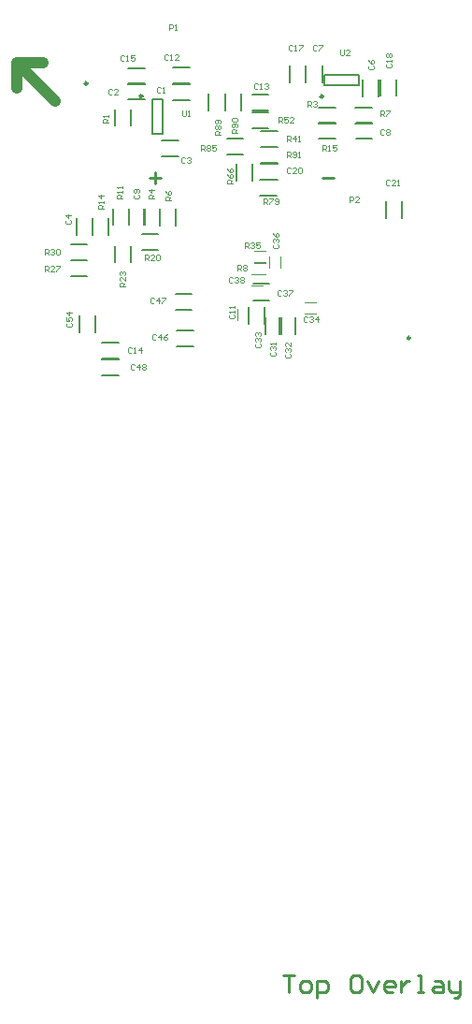
<source format=gto>
G04*
G04 #@! TF.GenerationSoftware,Altium Limited,Altium Designer,19.0.10 (269)*
G04*
G04 Layer_Color=65535*
%FSLAX25Y25*%
%MOIN*%
G70*
G01*
G75*
%ADD10C,0.00984*%
%ADD11C,0.00787*%
%ADD12C,0.04000*%
%ADD13C,0.00394*%
%ADD14C,0.01000*%
%ADD15C,0.00300*%
D10*
X-52282Y28025D02*
G03*
X-52282Y28025I-492J0D01*
G01*
X62818Y-62575D02*
G03*
X62818Y-62575I-492J0D01*
G01*
X-32661Y23538D02*
G03*
X-32661Y23538I-492J0D01*
G01*
X31710Y23446D02*
G03*
X31710Y23446I-492J0D01*
G01*
D11*
X54246Y-19753D02*
Y-13847D01*
X59954Y-19753D02*
Y-13847D01*
X52146Y23647D02*
Y29553D01*
X57854Y23647D02*
Y29553D01*
X-21879Y33654D02*
X-15973D01*
X-21879Y27946D02*
X-15973D01*
X-37753Y33454D02*
X-31847D01*
X-37753Y27746D02*
X-31847D01*
X25554Y28547D02*
Y34453D01*
X19846Y28547D02*
Y34453D01*
X-36791Y13013D02*
Y18918D01*
X-42500Y13013D02*
Y18918D01*
X-21798Y22198D02*
X-15893D01*
X-21798Y27907D02*
X-15893D01*
X-25698Y7907D02*
X-19793D01*
X-25698Y2198D02*
X-19793D01*
X-37798Y28007D02*
X-31893D01*
X-37798Y22298D02*
X-31893D01*
X-25377Y10250D02*
Y22455D01*
X-29314Y10250D02*
Y22455D01*
Y10250D02*
X-25377D01*
X-29314Y22455D02*
X-25377D01*
X51654Y23600D02*
Y29506D01*
X45946Y23600D02*
Y29506D01*
X30247Y19607D02*
X36153D01*
X30247Y13898D02*
X36153D01*
X43347Y14207D02*
X49253D01*
X43347Y8498D02*
X49253D01*
X43247Y19607D02*
X49153D01*
X43247Y13898D02*
X49153D01*
X32301Y31221D02*
X44506D01*
X32301Y27284D02*
X44506D01*
Y31221D01*
X32301Y27284D02*
Y31221D01*
X30294Y14107D02*
X36200D01*
X30294Y8398D02*
X36200D01*
X25646Y28600D02*
Y34506D01*
X31354Y28600D02*
Y34506D01*
X-47107Y-64246D02*
X-41201D01*
X-47107Y-69954D02*
X-41201D01*
X11030Y-61168D02*
Y-55263D01*
X16739Y-61168D02*
Y-55263D01*
X16076Y-61197D02*
Y-55292D01*
X21784Y-61197D02*
Y-55292D01*
X5032Y-57569D02*
Y-51663D01*
X10740Y-57569D02*
Y-51663D01*
X-20405Y-59833D02*
X-14499D01*
X-20405Y-65541D02*
X-14499D01*
X-21005Y-52542D02*
X-15099D01*
X-21005Y-46833D02*
X-15099D01*
X-47166Y-70272D02*
X-41260D01*
X-47166Y-75981D02*
X-41260D01*
X-49399Y-60453D02*
Y-54547D01*
X-55108Y-60453D02*
Y-54547D01*
X-50347Y-25856D02*
Y-19950D01*
X-56056Y-25856D02*
Y-19950D01*
X-37556Y-22356D02*
Y-16450D01*
X-31847Y-22356D02*
Y-16450D01*
X6372Y18497D02*
X12278D01*
X6372Y24205D02*
X12278D01*
X9470Y-495D02*
X15376D01*
X9470Y-6203D02*
X15376D01*
X-32056Y-22356D02*
Y-16450D01*
X-26347Y-22356D02*
Y-16450D01*
X-20846Y-22406D02*
Y-16500D01*
X-26554Y-22406D02*
Y-16500D01*
X-37613Y-22356D02*
Y-16450D01*
X-43321Y-22356D02*
Y-16450D01*
X-50456Y-25956D02*
Y-20050D01*
X-44747Y-25956D02*
Y-20050D01*
X-32954Y-31357D02*
X-27049D01*
X-32954Y-25649D02*
X-27049D01*
X-42556Y-35656D02*
Y-29750D01*
X-36847Y-35656D02*
Y-29750D01*
X-58253Y-34949D02*
X-52347D01*
X-58253Y-40657D02*
X-52347D01*
X-58254Y-29249D02*
X-52349D01*
X-58254Y-34958D02*
X-52349D01*
X6579Y-6402D02*
Y-496D01*
X870Y-6402D02*
Y-496D01*
X6370Y12197D02*
X12276D01*
X6370Y17906D02*
X12276D01*
X6731Y-43347D02*
X12637D01*
X6731Y-49056D02*
X12637D01*
X-9031Y18398D02*
Y24304D01*
X-3322Y18398D02*
Y24304D01*
X9572Y11005D02*
X15477D01*
X9572Y5297D02*
X15477D01*
X9272Y-6295D02*
X15178D01*
X9272Y-12003D02*
X15178D01*
X-2628Y2797D02*
X3277D01*
X-2628Y8506D02*
X3277D01*
X-3130Y18398D02*
Y24304D01*
X2579Y18398D02*
Y24304D01*
X9470Y-303D02*
X15376D01*
X9470Y5406D02*
X15376D01*
D12*
X-77500Y35400D02*
X-68200D01*
X-77500Y26300D02*
Y35400D01*
Y26300D02*
Y35400D01*
X-63900Y21800D01*
D13*
X25116Y-53884D02*
X29053D01*
X25116Y-49947D02*
X29053D01*
X12611Y-37484D02*
Y-33547D01*
X16548Y-37484D02*
Y-33547D01*
X6116Y-39947D02*
X10053D01*
X6116Y-43884D02*
X10053D01*
X7180Y-31630D02*
X11180D01*
X7180Y-35630D02*
X11180D01*
X7284Y-35916D02*
X11284D01*
X7284Y-39916D02*
X11284D01*
X4953Y-56234D02*
Y-52297D01*
X1016Y-56234D02*
Y-52297D01*
D14*
X31600Y-5720D02*
X35599D01*
X-30071Y-5401D02*
X-26072D01*
X-28071Y-3402D02*
Y-7400D01*
X17400Y-289702D02*
X21399D01*
X19399D01*
Y-295700D01*
X24398D02*
X26397D01*
X27397Y-294700D01*
Y-292701D01*
X26397Y-291701D01*
X24398D01*
X23398Y-292701D01*
Y-294700D01*
X24398Y-295700D01*
X29396Y-297699D02*
Y-291701D01*
X32395D01*
X33395Y-292701D01*
Y-294700D01*
X32395Y-295700D01*
X29396D01*
X44391Y-289702D02*
X42392D01*
X41392Y-290702D01*
Y-294700D01*
X42392Y-295700D01*
X44391D01*
X45391Y-294700D01*
Y-290702D01*
X44391Y-289702D01*
X47390Y-291701D02*
X49390Y-295700D01*
X51389Y-291701D01*
X56387Y-295700D02*
X54388D01*
X53388Y-294700D01*
Y-292701D01*
X54388Y-291701D01*
X56387D01*
X57387Y-292701D01*
Y-293701D01*
X53388D01*
X59386Y-291701D02*
Y-295700D01*
Y-293701D01*
X60386Y-292701D01*
X61386Y-291701D01*
X62385D01*
X65385Y-295700D02*
X67384D01*
X66384D01*
Y-289702D01*
X65385D01*
X71382Y-291701D02*
X73382D01*
X74382Y-292701D01*
Y-295700D01*
X71382D01*
X70383Y-294700D01*
X71382Y-293701D01*
X74382D01*
X76381Y-291701D02*
Y-294700D01*
X77381Y-295700D01*
X80380D01*
Y-296700D01*
X79380Y-297699D01*
X78380D01*
X80380Y-295700D02*
Y-291701D01*
D15*
X55379Y-6706D02*
X55046Y-6373D01*
X54379D01*
X54046Y-6706D01*
Y-8039D01*
X54379Y-8372D01*
X55046D01*
X55379Y-8039D01*
X57378Y-8372D02*
X56046D01*
X57378Y-7040D01*
Y-6706D01*
X57045Y-6373D01*
X56379D01*
X56046Y-6706D01*
X58045Y-8372D02*
X58711D01*
X58378D01*
Y-6373D01*
X58045Y-6706D01*
X54634Y35233D02*
X54301Y34900D01*
Y34233D01*
X54634Y33900D01*
X55967D01*
X56300Y34233D01*
Y34900D01*
X55967Y35233D01*
X56300Y35899D02*
Y36566D01*
Y36233D01*
X54301D01*
X54634Y35899D01*
Y37565D02*
X54301Y37899D01*
Y38565D01*
X54634Y38898D01*
X54967D01*
X55300Y38565D01*
X55634Y38898D01*
X55967D01*
X56300Y38565D01*
Y37899D01*
X55967Y37565D01*
X55634D01*
X55300Y37899D01*
X54967Y37565D01*
X54634D01*
X55300Y37899D02*
Y38565D01*
X20979Y41594D02*
X20646Y41927D01*
X19979D01*
X19646Y41594D01*
Y40261D01*
X19979Y39928D01*
X20646D01*
X20979Y40261D01*
X21645Y39928D02*
X22312D01*
X21979D01*
Y41927D01*
X21645Y41594D01*
X23312Y41927D02*
X24645D01*
Y41594D01*
X23312Y40261D01*
Y39928D01*
X-39221Y37894D02*
X-39554Y38227D01*
X-40221D01*
X-40554Y37894D01*
Y36561D01*
X-40221Y36228D01*
X-39554D01*
X-39221Y36561D01*
X-38554Y36228D02*
X-37888D01*
X-38221D01*
Y38227D01*
X-38554Y37894D01*
X-35555Y38227D02*
X-36888D01*
Y37227D01*
X-36222Y37560D01*
X-35889D01*
X-35555Y37227D01*
Y36561D01*
X-35889Y36228D01*
X-36555D01*
X-36888Y36561D01*
X-23421Y38094D02*
X-23754Y38427D01*
X-24421D01*
X-24754Y38094D01*
Y36761D01*
X-24421Y36428D01*
X-23754D01*
X-23421Y36761D01*
X-22754Y36428D02*
X-22088D01*
X-22421D01*
Y38427D01*
X-22754Y38094D01*
X-19755Y36428D02*
X-21088D01*
X-19755Y37760D01*
Y38094D01*
X-20089Y38427D01*
X-20755D01*
X-21088Y38094D01*
X-23300Y47100D02*
Y49099D01*
X-22300D01*
X-21967Y48766D01*
Y48100D01*
X-22300Y47766D01*
X-23300D01*
X-21301Y47100D02*
X-20634D01*
X-20967D01*
Y49099D01*
X-21301Y48766D01*
X41146Y-14072D02*
Y-12073D01*
X42146D01*
X42479Y-12406D01*
Y-13073D01*
X42146Y-13406D01*
X41146D01*
X44478Y-14072D02*
X43145D01*
X44478Y-12740D01*
Y-12406D01*
X44145Y-12073D01*
X43479D01*
X43145Y-12406D01*
X31600Y4053D02*
Y6052D01*
X32600D01*
X32933Y5719D01*
Y5052D01*
X32600Y4719D01*
X31600D01*
X32266D02*
X32933Y4053D01*
X33599D02*
X34266D01*
X33933D01*
Y6052D01*
X33599Y5719D01*
X36598Y6052D02*
X35265D01*
Y5052D01*
X35932Y5386D01*
X36265D01*
X36598Y5052D01*
Y4386D01*
X36265Y4053D01*
X35599D01*
X35265Y4386D01*
X-36367Y-66134D02*
X-36700Y-65801D01*
X-37367D01*
X-37700Y-66134D01*
Y-67467D01*
X-37367Y-67800D01*
X-36700D01*
X-36367Y-67467D01*
X-35701Y-67800D02*
X-35034D01*
X-35367D01*
Y-65801D01*
X-35701Y-66134D01*
X-33035Y-67800D02*
Y-65801D01*
X-34034Y-66800D01*
X-32702D01*
X-43349Y25866D02*
X-43683Y26199D01*
X-44349D01*
X-44682Y25866D01*
Y24533D01*
X-44349Y24200D01*
X-43683D01*
X-43349Y24533D01*
X-41350Y24200D02*
X-42683D01*
X-41350Y25533D01*
Y25866D01*
X-41683Y26199D01*
X-42350D01*
X-42683Y25866D01*
X18825Y1851D02*
Y3850D01*
X19824D01*
X20158Y3517D01*
Y2851D01*
X19824Y2518D01*
X18825D01*
X19491D02*
X20158Y1851D01*
X20824Y2184D02*
X21157Y1851D01*
X21824D01*
X22157Y2184D01*
Y3517D01*
X21824Y3850D01*
X21157D01*
X20824Y3517D01*
Y3184D01*
X21157Y2851D01*
X22157D01*
X22824Y1851D02*
X23490D01*
X23157D01*
Y3850D01*
X22824Y3517D01*
X1086Y10551D02*
X-913D01*
Y11551D01*
X-580Y11884D01*
X87D01*
X420Y11551D01*
Y10551D01*
Y11218D02*
X1086Y11884D01*
X753Y12551D02*
X1086Y12884D01*
Y13550D01*
X753Y13883D01*
X-580D01*
X-913Y13550D01*
Y12884D01*
X-580Y12551D01*
X-247D01*
X87Y12884D01*
Y13883D01*
X-580Y14550D02*
X-913Y14883D01*
Y15550D01*
X-580Y15883D01*
X753D01*
X1086Y15550D01*
Y14883D01*
X753Y14550D01*
X-580D01*
X-11775Y4251D02*
Y6250D01*
X-10776D01*
X-10442Y5917D01*
Y5251D01*
X-10776Y4918D01*
X-11775D01*
X-11109D02*
X-10442Y4251D01*
X-9776Y5917D02*
X-9443Y6250D01*
X-8776D01*
X-8443Y5917D01*
Y5584D01*
X-8776Y5251D01*
X-8443Y4918D01*
Y4584D01*
X-8776Y4251D01*
X-9443D01*
X-9776Y4584D01*
Y4918D01*
X-9443Y5251D01*
X-9776Y5584D01*
Y5917D01*
X-9443Y5251D02*
X-8776D01*
X-6444Y6250D02*
X-7777D01*
Y5251D01*
X-7110Y5584D01*
X-6777D01*
X-6444Y5251D01*
Y4584D01*
X-6777Y4251D01*
X-7443D01*
X-7777Y4584D01*
X10425Y-14884D02*
Y-12884D01*
X11424D01*
X11758Y-13218D01*
Y-13884D01*
X11424Y-14217D01*
X10425D01*
X11091D02*
X11758Y-14884D01*
X12424Y-12884D02*
X13757D01*
Y-13218D01*
X12424Y-14550D01*
Y-14884D01*
X14424Y-14550D02*
X14757Y-14884D01*
X15423D01*
X15756Y-14550D01*
Y-13218D01*
X15423Y-12884D01*
X14757D01*
X14424Y-13218D01*
Y-13551D01*
X14757Y-13884D01*
X15756D01*
X18725Y7351D02*
Y9351D01*
X19724D01*
X20058Y9017D01*
Y8351D01*
X19724Y8018D01*
X18725D01*
X19391D02*
X20058Y7351D01*
X21724D02*
Y9351D01*
X20724Y8351D01*
X22057D01*
X22724Y7351D02*
X23390D01*
X23057D01*
Y9351D01*
X22724Y9017D01*
X-4842Y9795D02*
X-6842D01*
Y10795D01*
X-6508Y11128D01*
X-5842D01*
X-5509Y10795D01*
Y9795D01*
Y10462D02*
X-4842Y11128D01*
X-6508Y11795D02*
X-6842Y12128D01*
Y12794D01*
X-6508Y13127D01*
X-6175D01*
X-5842Y12794D01*
X-5509Y13127D01*
X-5175D01*
X-4842Y12794D01*
Y12128D01*
X-5175Y11795D01*
X-5509D01*
X-5842Y12128D01*
X-6175Y11795D01*
X-6508D01*
X-5842Y12128D02*
Y12794D01*
X-5175Y13794D02*
X-4842Y14127D01*
Y14794D01*
X-5175Y15127D01*
X-6508D01*
X-6842Y14794D01*
Y14127D01*
X-6508Y13794D01*
X-6175D01*
X-5842Y14127D01*
Y15127D01*
X16808Y-45950D02*
X16475Y-45616D01*
X15808D01*
X15475Y-45950D01*
Y-47282D01*
X15808Y-47616D01*
X16475D01*
X16808Y-47282D01*
X17474Y-45950D02*
X17807Y-45616D01*
X18474D01*
X18807Y-45950D01*
Y-46283D01*
X18474Y-46616D01*
X18141D01*
X18474D01*
X18807Y-46949D01*
Y-47282D01*
X18474Y-47616D01*
X17807D01*
X17474Y-47282D01*
X19474Y-45616D02*
X20806D01*
Y-45950D01*
X19474Y-47282D01*
Y-47616D01*
X15725Y14051D02*
Y16050D01*
X16724D01*
X17058Y15717D01*
Y15051D01*
X16724Y14718D01*
X15725D01*
X16391D02*
X17058Y14051D01*
X19057Y16050D02*
X17724D01*
Y15051D01*
X18391Y15384D01*
X18724D01*
X19057Y15051D01*
Y14384D01*
X18724Y14051D01*
X18057D01*
X17724Y14384D01*
X21056Y14051D02*
X19724D01*
X21056Y15384D01*
Y15717D01*
X20723Y16050D01*
X20057D01*
X19724Y15717D01*
X29579Y41594D02*
X29246Y41927D01*
X28579D01*
X28246Y41594D01*
Y40261D01*
X28579Y39928D01*
X29246D01*
X29579Y40261D01*
X30246Y41927D02*
X31578D01*
Y41594D01*
X30246Y40261D01*
Y39928D01*
X37800Y40099D02*
Y38433D01*
X38133Y38100D01*
X38800D01*
X39133Y38433D01*
Y40099D01*
X41132Y38100D02*
X39799D01*
X41132Y39433D01*
Y39766D01*
X40799Y40099D01*
X40133D01*
X39799Y39766D01*
X-18384Y18306D02*
Y16640D01*
X-18051Y16306D01*
X-17385D01*
X-17051Y16640D01*
Y18306D01*
X-16385Y16306D02*
X-15719D01*
X-16052D01*
Y18306D01*
X-16385Y17973D01*
X-514Y-7449D02*
X-2513D01*
Y-6449D01*
X-2180Y-6116D01*
X-1513D01*
X-1180Y-6449D01*
Y-7449D01*
Y-6782D02*
X-514Y-6116D01*
X-2513Y-4117D02*
X-2180Y-4783D01*
X-1513Y-5449D01*
X-847D01*
X-514Y-5116D01*
Y-4450D01*
X-847Y-4117D01*
X-1180D01*
X-1513Y-4450D01*
Y-5449D01*
X-2513Y-2117D02*
X-2180Y-2784D01*
X-1513Y-3450D01*
X-847D01*
X-514Y-3117D01*
Y-2450D01*
X-847Y-2117D01*
X-1180D01*
X-1513Y-2450D01*
Y-3450D01*
X-67400Y-32800D02*
Y-30801D01*
X-66400D01*
X-66067Y-31134D01*
Y-31800D01*
X-66400Y-32134D01*
X-67400D01*
X-66734D02*
X-66067Y-32800D01*
X-65401Y-31134D02*
X-65067Y-30801D01*
X-64401D01*
X-64068Y-31134D01*
Y-31467D01*
X-64401Y-31800D01*
X-64734D01*
X-64401D01*
X-64068Y-32134D01*
Y-32467D01*
X-64401Y-32800D01*
X-65067D01*
X-65401Y-32467D01*
X-63401Y-31134D02*
X-63068Y-30801D01*
X-62402D01*
X-62068Y-31134D01*
Y-32467D01*
X-62402Y-32800D01*
X-63068D01*
X-63401Y-32467D01*
Y-31134D01*
X-67500Y-38916D02*
Y-36916D01*
X-66500D01*
X-66167Y-37250D01*
Y-37916D01*
X-66500Y-38249D01*
X-67500D01*
X-66834D02*
X-66167Y-38916D01*
X-64168D02*
X-65501D01*
X-64168Y-37583D01*
Y-37250D01*
X-64501Y-36916D01*
X-65167D01*
X-65501Y-37250D01*
X-63501Y-36916D02*
X-62168D01*
Y-37250D01*
X-63501Y-38583D01*
Y-38916D01*
X-38800Y-44300D02*
X-40799D01*
Y-43300D01*
X-40466Y-42967D01*
X-39800D01*
X-39466Y-43300D01*
Y-44300D01*
Y-43634D02*
X-38800Y-42967D01*
Y-40968D02*
Y-42301D01*
X-40133Y-40968D01*
X-40466D01*
X-40799Y-41301D01*
Y-41967D01*
X-40466Y-42301D01*
Y-40301D02*
X-40799Y-39968D01*
Y-39302D01*
X-40466Y-38968D01*
X-40133D01*
X-39800Y-39302D01*
Y-39635D01*
Y-39302D01*
X-39466Y-38968D01*
X-39133D01*
X-38800Y-39302D01*
Y-39968D01*
X-39133Y-40301D01*
X-32000Y-34800D02*
Y-32801D01*
X-31000D01*
X-30667Y-33134D01*
Y-33800D01*
X-31000Y-34134D01*
X-32000D01*
X-31334D02*
X-30667Y-34800D01*
X-28668D02*
X-30001D01*
X-28668Y-33467D01*
Y-33134D01*
X-29001Y-32801D01*
X-29667D01*
X-30001Y-33134D01*
X-28001D02*
X-27668Y-32801D01*
X-27002D01*
X-26668Y-33134D01*
Y-34467D01*
X-27002Y-34800D01*
X-27668D01*
X-28001Y-34467D01*
Y-33134D01*
X-46402Y-16400D02*
X-48401D01*
Y-15400D01*
X-48068Y-15067D01*
X-47401D01*
X-47068Y-15400D01*
Y-16400D01*
Y-15733D02*
X-46402Y-15067D01*
Y-14401D02*
Y-13734D01*
Y-14067D01*
X-48401D01*
X-48068Y-14401D01*
X-46402Y-11735D02*
X-48401D01*
X-47401Y-12734D01*
Y-11402D01*
X-39900Y-12900D02*
X-41899D01*
Y-11900D01*
X-41566Y-11567D01*
X-40900D01*
X-40566Y-11900D01*
Y-12900D01*
Y-12234D02*
X-39900Y-11567D01*
Y-10901D02*
Y-10234D01*
Y-10567D01*
X-41899D01*
X-41566Y-10901D01*
X-39900Y-9234D02*
Y-8568D01*
Y-8901D01*
X-41899D01*
X-41566Y-9234D01*
X52200Y16353D02*
Y18352D01*
X53200D01*
X53533Y18019D01*
Y17352D01*
X53200Y17019D01*
X52200D01*
X52866D02*
X53533Y16353D01*
X54199Y18352D02*
X55532D01*
Y18019D01*
X54199Y16686D01*
Y16353D01*
X-22400Y-13400D02*
X-24399D01*
Y-12400D01*
X-24066Y-12067D01*
X-23400D01*
X-23066Y-12400D01*
Y-13400D01*
Y-12733D02*
X-22400Y-12067D01*
X-24399Y-10068D02*
X-24066Y-10734D01*
X-23400Y-11401D01*
X-22733D01*
X-22400Y-11067D01*
Y-10401D01*
X-22733Y-10068D01*
X-23066D01*
X-23400Y-10401D01*
Y-11401D01*
X-28400Y-13000D02*
X-30399D01*
Y-12000D01*
X-30066Y-11667D01*
X-29400D01*
X-29066Y-12000D01*
Y-13000D01*
Y-12333D02*
X-28400Y-11667D01*
Y-10001D02*
X-30399D01*
X-29400Y-11001D01*
Y-9668D01*
X-45002Y14177D02*
X-47002D01*
Y15176D01*
X-46668Y15510D01*
X-46002D01*
X-45669Y15176D01*
Y14177D01*
Y14843D02*
X-45002Y15510D01*
Y16176D02*
Y16842D01*
Y16509D01*
X-47002D01*
X-46668Y16176D01*
X20058Y-2283D02*
X19724Y-1949D01*
X19058D01*
X18725Y-2283D01*
Y-3616D01*
X19058Y-3949D01*
X19724D01*
X20058Y-3616D01*
X22057Y-3949D02*
X20724D01*
X22057Y-2616D01*
Y-2283D01*
X21724Y-1949D01*
X21057D01*
X20724Y-2283D01*
X22724D02*
X23057Y-1949D01*
X23723D01*
X24056Y-2283D01*
Y-3616D01*
X23723Y-3949D01*
X23057D01*
X22724Y-3616D01*
Y-2283D01*
X8458Y27917D02*
X8124Y28251D01*
X7458D01*
X7125Y27917D01*
Y26584D01*
X7458Y26251D01*
X8124D01*
X8458Y26584D01*
X9124Y26251D02*
X9791D01*
X9457D01*
Y28251D01*
X9124Y27917D01*
X10790D02*
X11124Y28251D01*
X11790D01*
X12123Y27917D01*
Y27584D01*
X11790Y27251D01*
X11457D01*
X11790D01*
X12123Y26918D01*
Y26584D01*
X11790Y26251D01*
X11124D01*
X10790Y26584D01*
X-35666Y-11667D02*
X-35999Y-12000D01*
Y-12667D01*
X-35666Y-13000D01*
X-34333D01*
X-34000Y-12667D01*
Y-12000D01*
X-34333Y-11667D01*
Y-11001D02*
X-34000Y-10667D01*
Y-10001D01*
X-34333Y-9668D01*
X-35666D01*
X-35999Y-10001D01*
Y-10667D01*
X-35666Y-11001D01*
X-35333D01*
X-35000Y-10667D01*
Y-9668D01*
X53533Y11419D02*
X53200Y11752D01*
X52533D01*
X52200Y11419D01*
Y10086D01*
X52533Y9753D01*
X53200D01*
X53533Y10086D01*
X54199Y11419D02*
X54533Y11752D01*
X55199D01*
X55532Y11419D01*
Y11086D01*
X55199Y10752D01*
X55532Y10419D01*
Y10086D01*
X55199Y9753D01*
X54533D01*
X54199Y10086D01*
Y10419D01*
X54533Y10752D01*
X54199Y11086D01*
Y11419D01*
X54533Y10752D02*
X55199D01*
X-59726Y-20467D02*
X-60059Y-20800D01*
Y-21467D01*
X-59726Y-21800D01*
X-58393D01*
X-58060Y-21467D01*
Y-20800D01*
X-58393Y-20467D01*
X-58060Y-18801D02*
X-60059D01*
X-59059Y-19801D01*
Y-18468D01*
X-17370Y1284D02*
X-17703Y1617D01*
X-18370D01*
X-18703Y1284D01*
Y-49D01*
X-18370Y-382D01*
X-17703D01*
X-17370Y-49D01*
X-16704Y1284D02*
X-16371Y1617D01*
X-15704D01*
X-15371Y1284D01*
Y951D01*
X-15704Y618D01*
X-16037D01*
X-15704D01*
X-15371Y285D01*
Y-49D01*
X-15704Y-382D01*
X-16371D01*
X-16704Y-49D01*
X-1582Y-54333D02*
X-1915Y-54666D01*
Y-55332D01*
X-1582Y-55666D01*
X-249D01*
X84Y-55332D01*
Y-54666D01*
X-249Y-54333D01*
X84Y-53666D02*
Y-53000D01*
Y-53333D01*
X-1915D01*
X-1582Y-53666D01*
X84Y-52000D02*
Y-51334D01*
Y-51667D01*
X-1915D01*
X-1582Y-52000D01*
X1275Y-38699D02*
Y-36700D01*
X2275D01*
X2608Y-37033D01*
Y-37699D01*
X2275Y-38033D01*
X1275D01*
X1941D02*
X2608Y-38699D01*
X3274Y-37033D02*
X3607Y-36700D01*
X4274D01*
X4607Y-37033D01*
Y-37366D01*
X4274Y-37699D01*
X4607Y-38033D01*
Y-38366D01*
X4274Y-38699D01*
X3607D01*
X3274Y-38366D01*
Y-38033D01*
X3607Y-37699D01*
X3274Y-37366D01*
Y-37033D01*
X3607Y-37699D02*
X4274D01*
X3984Y-30416D02*
Y-28416D01*
X4984D01*
X5317Y-28750D01*
Y-29416D01*
X4984Y-29749D01*
X3984D01*
X4651D02*
X5317Y-30416D01*
X5984Y-28750D02*
X6317Y-28416D01*
X6983D01*
X7316Y-28750D01*
Y-29083D01*
X6983Y-29416D01*
X6650D01*
X6983D01*
X7316Y-29749D01*
Y-30082D01*
X6983Y-30416D01*
X6317D01*
X5984Y-30082D01*
X9316Y-28416D02*
X7983D01*
Y-29416D01*
X8649Y-29083D01*
X8983D01*
X9316Y-29416D01*
Y-30082D01*
X8983Y-30416D01*
X8316D01*
X7983Y-30082D01*
X26200Y19753D02*
Y21752D01*
X27200D01*
X27533Y21419D01*
Y20752D01*
X27200Y20419D01*
X26200D01*
X26866D02*
X27533Y19753D01*
X28199Y21419D02*
X28533Y21752D01*
X29199D01*
X29532Y21419D01*
Y21086D01*
X29199Y20752D01*
X28866D01*
X29199D01*
X29532Y20419D01*
Y20086D01*
X29199Y19753D01*
X28533D01*
X28199Y20086D01*
X-59466Y-57267D02*
X-59799Y-57600D01*
Y-58267D01*
X-59466Y-58600D01*
X-58133D01*
X-57800Y-58267D01*
Y-57600D01*
X-58133Y-57267D01*
X-59799Y-55268D02*
Y-56601D01*
X-58800D01*
X-59133Y-55934D01*
Y-55601D01*
X-58800Y-55268D01*
X-58133D01*
X-57800Y-55601D01*
Y-56267D01*
X-58133Y-56601D01*
X-57800Y-53602D02*
X-59799D01*
X-58800Y-54601D01*
Y-53268D01*
X-35552Y-72369D02*
X-35885Y-72036D01*
X-36551D01*
X-36884Y-72369D01*
Y-73702D01*
X-36551Y-74035D01*
X-35885D01*
X-35552Y-73702D01*
X-33885Y-74035D02*
Y-72036D01*
X-34885Y-73036D01*
X-33552D01*
X-32886Y-72369D02*
X-32552Y-72036D01*
X-31886D01*
X-31553Y-72369D01*
Y-72702D01*
X-31886Y-73036D01*
X-31553Y-73369D01*
Y-73702D01*
X-31886Y-74035D01*
X-32552D01*
X-32886Y-73702D01*
Y-73369D01*
X-32552Y-73036D01*
X-32886Y-72702D01*
Y-72369D01*
X-32552Y-73036D02*
X-31886D01*
X-28467Y-48634D02*
X-28800Y-48301D01*
X-29467D01*
X-29800Y-48634D01*
Y-49967D01*
X-29467Y-50300D01*
X-28800D01*
X-28467Y-49967D01*
X-26801Y-50300D02*
Y-48301D01*
X-27801Y-49300D01*
X-26468D01*
X-25801Y-48301D02*
X-24468D01*
Y-48634D01*
X-25801Y-49967D01*
Y-50300D01*
X-27967Y-61634D02*
X-28300Y-61301D01*
X-28967D01*
X-29300Y-61634D01*
Y-62967D01*
X-28967Y-63300D01*
X-28300D01*
X-27967Y-62967D01*
X-26301Y-63300D02*
Y-61301D01*
X-27301Y-62300D01*
X-25968D01*
X-23968Y-61301D02*
X-24635Y-61634D01*
X-25301Y-62300D01*
Y-62967D01*
X-24968Y-63300D01*
X-24302D01*
X-23968Y-62967D01*
Y-62634D01*
X-24302Y-62300D01*
X-25301D01*
X-492Y-41094D02*
X-826Y-40760D01*
X-1492D01*
X-1825Y-41094D01*
Y-42427D01*
X-1492Y-42760D01*
X-826D01*
X-492Y-42427D01*
X174Y-41094D02*
X507Y-40760D01*
X1174D01*
X1507Y-41094D01*
Y-41427D01*
X1174Y-41760D01*
X841D01*
X1174D01*
X1507Y-42093D01*
Y-42427D01*
X1174Y-42760D01*
X507D01*
X174Y-42427D01*
X2173Y-41094D02*
X2507Y-40760D01*
X3173D01*
X3506Y-41094D01*
Y-41427D01*
X3173Y-41760D01*
X3506Y-42093D01*
Y-42427D01*
X3173Y-42760D01*
X2507D01*
X2173Y-42427D01*
Y-42093D01*
X2507Y-41760D01*
X2173Y-41427D01*
Y-41094D01*
X2507Y-41760D02*
X3173D01*
X14118Y-29283D02*
X13785Y-29616D01*
Y-30283D01*
X14118Y-30616D01*
X15451D01*
X15784Y-30283D01*
Y-29616D01*
X15451Y-29283D01*
X14118Y-28616D02*
X13785Y-28283D01*
Y-27617D01*
X14118Y-27283D01*
X14451D01*
X14785Y-27617D01*
Y-27950D01*
Y-27617D01*
X15118Y-27283D01*
X15451D01*
X15784Y-27617D01*
Y-28283D01*
X15451Y-28616D01*
X13785Y-25284D02*
X14118Y-25951D01*
X14785Y-26617D01*
X15451D01*
X15784Y-26284D01*
Y-25617D01*
X15451Y-25284D01*
X15118D01*
X14785Y-25617D01*
Y-26617D01*
X26198Y-55386D02*
X25865Y-55053D01*
X25198D01*
X24865Y-55386D01*
Y-56719D01*
X25198Y-57052D01*
X25865D01*
X26198Y-56719D01*
X26864Y-55386D02*
X27198Y-55053D01*
X27864D01*
X28197Y-55386D01*
Y-55719D01*
X27864Y-56052D01*
X27531D01*
X27864D01*
X28197Y-56385D01*
Y-56719D01*
X27864Y-57052D01*
X27198D01*
X26864Y-56719D01*
X29864Y-57052D02*
Y-55053D01*
X28864Y-56052D01*
X30197D01*
X7660Y-64533D02*
X7327Y-64866D01*
Y-65532D01*
X7660Y-65865D01*
X8993D01*
X9326Y-65532D01*
Y-64866D01*
X8993Y-64533D01*
X7660Y-63866D02*
X7327Y-63533D01*
Y-62866D01*
X7660Y-62533D01*
X7993D01*
X8326Y-62866D01*
Y-63200D01*
Y-62866D01*
X8659Y-62533D01*
X8993D01*
X9326Y-62866D01*
Y-63533D01*
X8993Y-63866D01*
X7660Y-61867D02*
X7327Y-61533D01*
Y-60867D01*
X7660Y-60534D01*
X7993D01*
X8326Y-60867D01*
Y-61200D01*
Y-60867D01*
X8659Y-60534D01*
X8993D01*
X9326Y-60867D01*
Y-61533D01*
X8993Y-61867D01*
X18371Y-68214D02*
X18038Y-68547D01*
Y-69213D01*
X18371Y-69547D01*
X19704D01*
X20037Y-69213D01*
Y-68547D01*
X19704Y-68214D01*
X18371Y-67547D02*
X18038Y-67214D01*
Y-66547D01*
X18371Y-66214D01*
X18704D01*
X19037Y-66547D01*
Y-66881D01*
Y-66547D01*
X19371Y-66214D01*
X19704D01*
X20037Y-66547D01*
Y-67214D01*
X19704Y-67547D01*
X20037Y-64215D02*
Y-65548D01*
X18704Y-64215D01*
X18371D01*
X18038Y-64548D01*
Y-65215D01*
X18371Y-65548D01*
X13118Y-67534D02*
X12785Y-67867D01*
Y-68533D01*
X13118Y-68867D01*
X14451D01*
X14784Y-68533D01*
Y-67867D01*
X14451Y-67534D01*
X13118Y-66867D02*
X12785Y-66534D01*
Y-65868D01*
X13118Y-65535D01*
X13451D01*
X13785Y-65868D01*
Y-66201D01*
Y-65868D01*
X14118Y-65535D01*
X14451D01*
X14784Y-65868D01*
Y-66534D01*
X14451Y-66867D01*
X14784Y-64868D02*
Y-64202D01*
Y-64535D01*
X12785D01*
X13118Y-64868D01*
X48134Y34433D02*
X47801Y34100D01*
Y33433D01*
X48134Y33100D01*
X49467D01*
X49800Y33433D01*
Y34100D01*
X49467Y34433D01*
X47801Y36432D02*
X48134Y35766D01*
X48800Y35099D01*
X49467D01*
X49800Y35433D01*
Y36099D01*
X49467Y36432D01*
X49134D01*
X48800Y36099D01*
Y35099D01*
X-26039Y26408D02*
X-26372Y26741D01*
X-27038D01*
X-27372Y26408D01*
Y25075D01*
X-27038Y24742D01*
X-26372D01*
X-26039Y25075D01*
X-25372Y24742D02*
X-24706D01*
X-25039D01*
Y26741D01*
X-25372Y26408D01*
M02*

</source>
